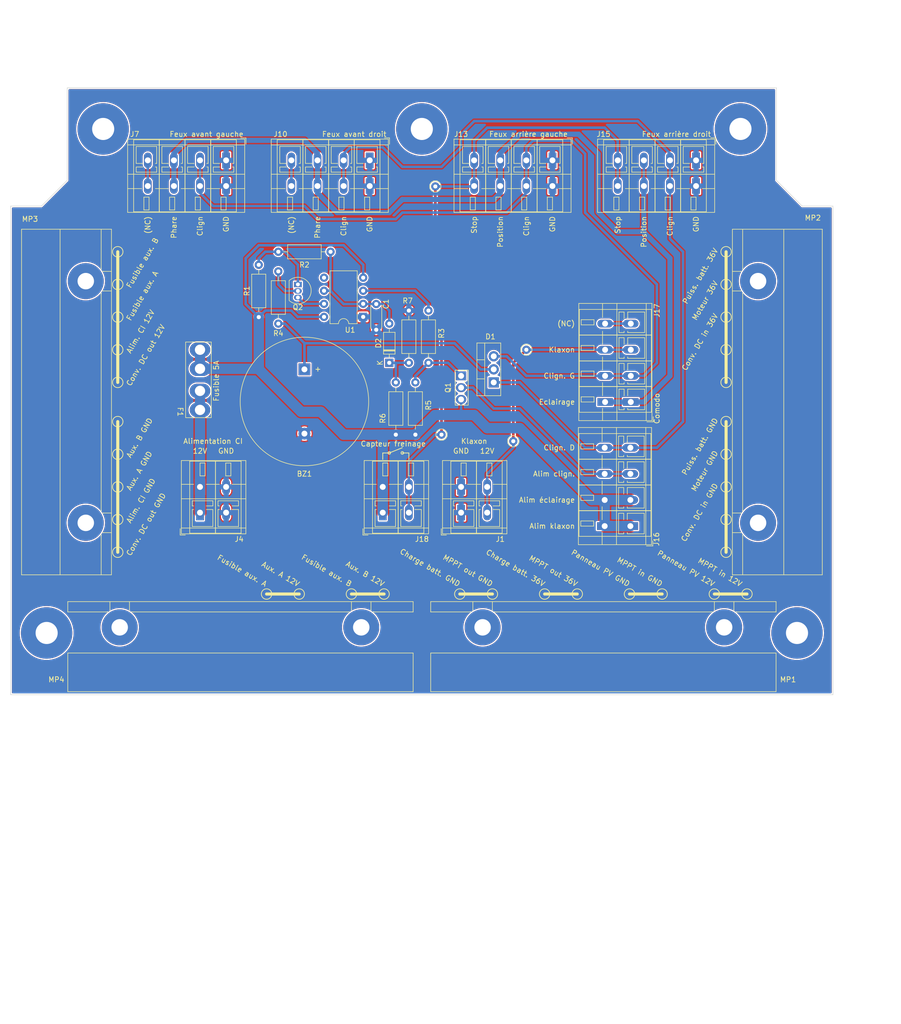
<source format=kicad_pcb>
(kicad_pcb (version 20211014) (generator pcbnew)

  (general
    (thickness 1.6)
  )

  (paper "A4")
  (layers
    (0 "F.Cu" signal)
    (31 "B.Cu" signal)
    (32 "B.Adhes" user "B.Adhesive")
    (33 "F.Adhes" user "F.Adhesive")
    (34 "B.Paste" user)
    (35 "F.Paste" user)
    (36 "B.SilkS" user "B.Silkscreen")
    (37 "F.SilkS" user "F.Silkscreen")
    (38 "B.Mask" user)
    (39 "F.Mask" user)
    (40 "Dwgs.User" user "User.Drawings")
    (41 "Cmts.User" user "User.Comments")
    (42 "Eco1.User" user "User.Eco1")
    (43 "Eco2.User" user "User.Eco2")
    (44 "Edge.Cuts" user)
    (45 "Margin" user)
    (46 "B.CrtYd" user "B.Courtyard")
    (47 "F.CrtYd" user "F.Courtyard")
    (48 "B.Fab" user)
    (49 "F.Fab" user)
    (50 "User.1" user)
    (51 "User.2" user)
    (52 "User.3" user)
    (53 "User.4" user)
    (54 "User.5" user)
    (55 "User.6" user)
    (56 "User.7" user)
    (57 "User.8" user)
    (58 "User.9" user)
  )

  (setup
    (stackup
      (layer "F.SilkS" (type "Top Silk Screen"))
      (layer "F.Paste" (type "Top Solder Paste"))
      (layer "F.Mask" (type "Top Solder Mask") (thickness 0.01))
      (layer "F.Cu" (type "copper") (thickness 0.035))
      (layer "dielectric 1" (type "core") (thickness 1.51) (material "FR4") (epsilon_r 4.5) (loss_tangent 0.02))
      (layer "B.Cu" (type "copper") (thickness 0.035))
      (layer "B.Mask" (type "Bottom Solder Mask") (thickness 0.01))
      (layer "B.Paste" (type "Bottom Solder Paste"))
      (layer "B.SilkS" (type "Bottom Silk Screen"))
      (copper_finish "None")
      (dielectric_constraints no)
    )
    (pad_to_mask_clearance 0)
    (pcbplotparams
      (layerselection 0x00010e0_ffffffff)
      (disableapertmacros false)
      (usegerberextensions false)
      (usegerberattributes true)
      (usegerberadvancedattributes true)
      (creategerberjobfile true)
      (svguseinch false)
      (svgprecision 6)
      (excludeedgelayer true)
      (plotframeref false)
      (viasonmask false)
      (mode 1)
      (useauxorigin false)
      (hpglpennumber 1)
      (hpglpenspeed 20)
      (hpglpendiameter 15.000000)
      (dxfpolygonmode true)
      (dxfimperialunits true)
      (dxfusepcbnewfont true)
      (psnegative false)
      (psa4output false)
      (plotreference true)
      (plotvalue true)
      (plotinvisibletext false)
      (sketchpadsonfab false)
      (subtractmaskfromsilk false)
      (outputformat 1)
      (mirror false)
      (drillshape 0)
      (scaleselection 1)
      (outputdirectory "")
    )
  )

  (net 0 "")
  (net 1 "GND")
  (net 2 "Net-(F1-Pad2)")
  (net 3 "Net-(D1-Pad1)")
  (net 4 "unconnected-(J7-Pad4)")
  (net 5 "unconnected-(J10-Pad4)")
  (net 6 "/Phares")
  (net 7 "Net-(J13-Pad4)")
  (net 8 "Net-(J1-Pad2)")
  (net 9 "/Flasher/Out")
  (net 10 "unconnected-(J17-Pad4)")
  (net 11 "/12V_5A")
  (net 12 "Net-(Q1-Pad1)")
  (net 13 "Net-(C1-Pad1)")
  (net 14 "Net-(D1-Pad3)")
  (net 15 "Net-(Q2-Pad1)")
  (net 16 "unconnected-(U1-Pad5)")
  (net 17 "Net-(Q2-Pad2)")
  (net 18 "/Flasher/Enable")
  (net 19 "Net-(Q2-Pad3)")
  (net 20 "Net-(R3-Pad1)")
  (net 21 "Net-(D2-Pad1)")

  (footprint "circuit:Wago_221-500_SplicingConnectorHolder" (layer "F.Cu") (at 94.615 85.09 90))

  (footprint "circuit:MountingHole_5mm" (layer "F.Cu") (at 87 130))

  (footprint "circuit:Buzzer_25x16_12.5" (layer "F.Cu") (at 137.16 78.74 -90))

  (footprint "circuit:Wago_221-500_SplicingConnectorHolder" (layer "F.Cu") (at 124.714 128.905 180))

  (footprint "circuit:Multicomp_MCCQ-122" (layer "F.Cu") (at 116.84 74.93 -90))

  (footprint "circuit:TerminalBlock_WAGO_236-402_1x02_P5.08mm_45Degree" (layer "F.Cu") (at 116.84 101.6))

  (footprint "Resistor_THT:R_Axial_DIN0207_L6.3mm_D2.5mm_P10.16mm_Horizontal" (layer "F.Cu") (at 161.29 67.31 -90))

  (footprint "circuit:MountingHole_5mm" (layer "F.Cu") (at 98 32))

  (footprint "circuit:TerminalBlock_WAGO_236-404_1x04_P5.08mm_45Degree" (layer "F.Cu") (at 185.42 38.1 180))

  (footprint "Package_DIP:DIP-8_W7.62mm" (layer "F.Cu") (at 148.59 68.54 180))

  (footprint "circuit:Strap_D2.0mm_Drill1.0mm" (layer "F.Cu") (at 177.8 92.71))

  (footprint "circuit:TerminalBlock_WAGO_236-404_1x04_P5.08mm_45Degree" (layer "F.Cu") (at 213.36 38.1 180))

  (footprint "circuit:MountingHole_5mm" (layer "F.Cu") (at 222 32))

  (footprint "circuit:TO-220-3_Vertical" (layer "F.Cu") (at 173.99 81.28 90))

  (footprint "Package_TO_SOT_THT:TO-92L_Inline" (layer "F.Cu") (at 135.89 62.23 -90))

  (footprint "circuit:TerminalBlock_WAGO_236-404_1x04_P5.08mm_45Degree" (layer "F.Cu") (at 121.92 38.1 180))

  (footprint "Resistor_THT:R_Axial_DIN0207_L6.3mm_D2.5mm_P10.16mm_Horizontal" (layer "F.Cu") (at 157.48 77.47 90))

  (footprint "circuit:TerminalBlock_WAGO_236-404_1x04_P5.08mm_45Degree" (layer "F.Cu") (at 200.58 109.22 90))

  (footprint "Resistor_THT:R_Axial_DIN0207_L6.3mm_D2.5mm_P10.16mm_Horizontal" (layer "F.Cu") (at 158.75 91.44 90))

  (footprint "circuit:Wago_221-500_SplicingConnectorHolder" (layer "F.Cu") (at 225.425 85.09 -90))

  (footprint "Resistor_THT:R_Axial_DIN0207_L6.3mm_D2.5mm_P10.16mm_Horizontal" (layer "F.Cu") (at 132.08 59.69 -90))

  (footprint "circuit:MountingHole_5mm" (layer "F.Cu") (at 160 32))

  (footprint "Resistor_THT:R_Axial_DIN0207_L6.3mm_D2.5mm_P10.16mm_Horizontal" (layer "F.Cu") (at 154.94 91.44 90))

  (footprint "circuit:Strap_D2.0mm_Drill1.0mm" (layer "F.Cu") (at 163.83 91.44))

  (footprint "Resistor_THT:R_Axial_DIN0207_L6.3mm_D2.5mm_P10.16mm_Horizontal" (layer "F.Cu") (at 128.27 68.58 90))

  (footprint "Resistor_THT:R_Axial_DIN0207_L6.3mm_D2.5mm_P10.16mm_Horizontal" (layer "F.Cu") (at 132.08 55.88))

  (footprint "circuit:Strap_D2.0mm_Drill1.0mm" (layer "F.Cu") (at 180.34 74.93))

  (footprint "Capacitor_THT:C_Disc_D4.3mm_W1.9mm_P5.00mm" (layer "F.Cu") (at 151.13 66.04 -90))

  (footprint "circuit:Strap_D2.0mm_Drill1.0mm" (layer "F.Cu") (at 162.63 43.18))

  (footprint "circuit:TerminalBlock_WAGO_236-402_1x02_P5.08mm_45Degree" (layer "F.Cu") (at 167.64 101.6))

  (footprint "circuit:Wago_221-500_SplicingConnectorHolder" (layer "F.Cu") (at 195.326 128.905 180))

  (footprint "circuit:TerminalBlock_WAGO_236-402_1x02_P5.08mm_45Degree" (layer "F.Cu")
    (tedit 67A265E1) (tstamp ee376e01-fd87-460d-8054-53f57dc05951)
    (at 152.4 101.6)
    (descr "Terminal Block WAGO 236-402, 45Degree (cable under 45degree), 2 pins, pitch 5.08mm, size 12.3x14mm^2, drill diamater 1.15mm, pad diameter 3mm")
    (tags "THT Terminal Block WAGO 236-402 45Degree pitch 5.08mm size 12.3x14mm^2 drill 1.15mm pad 3mm")
    (property "Sheetfile" "circuit.kicad_sch")
    (property "Sheetname" "")
    (path "/e25831d2-9583-475c-a839-189f3156583f")
    (attr through_hole)
    (fp_text reference "J18" (at 7.62 10.16) (layer "F.SilkS")
      (effects (font (size 1 1) (thickness 0.15)))
      (tstamp 78fade79-4b4d-4ad8-8098-87a075f72e45)
    )
    (fp_text value "Conn_Capteur_Frein" (at 2.65 10.12) (layer "F.Fab")
      (effects (font (size 1 1) (thickness 0.15)))
      (tstamp 0bbaf0b7-9a40-43d4-b472-92769e96c9f0)
    )
    (fp_text user "${REFERENCE}" (at 2.65 1) (layer "F.Fab")
      (effects (font (size 1 1) (thickness 0.15)))
      (tstamp d79d1392-ac34-4473-b8a7-c9f388dd60ed)
    )
    (fp_line (start 3.5 7.7) (end 7.5 7.7) (layer "F.SilkS") (width 0.12) (tstamp 03cbcb17-4cd4-4291-bd41-b3e607e61dc4))
    (fp_line (start 6 -4.65) (end 6 -2.151) (layer "F.SilkS") (width 0.12) (tstamp 06f08405-6197-40be-af54-9fa42d684743))
    (fp_line (start 7.5 4.4) (end 7.5 7.7) (layer "F.SilkS") (width 0.12) (tstamp 10395d06-53e7-4f17-8398-e56394846f2e))
    (fp_line (start -1.5 3.7) (end -1.23 3.7) (layer "F.SilkS") (width 0.12) (tstamp 176c189a-d73e-4e04-8097-65e6830e8abb))
    (fp_line (start 3 -5) (end 3 9) (layer "F.SilkS") (width 0.12) (tstamp 177c0fde-9b14-4f84-ae0f-96cce8ccfb40))
    (fp_line (start 6.23 -0.5) (end 8.921 -0.5) (layer "F.SilkS") (width 0.12) (tstamp 196910ae-9780-4b38-b9f0-fec016073d7d))
    (fp_line (start 8 -5) (end 8 9) (layer "F.SilkS") (width 0.12) (tstamp 20d1cbd3-105d-4528-b0ec-c806e5c3730d))
    (fp_line (start 3.5 4.4) (end 3.77 4.4) (layer "F.SilkS") (width 0.12) (tstamp 215ba7e4-4824-47b9-be2a-f449a00476d9))
    (fp_line (start -3.62 -5.12) (end -3.62 9.12) (layer "F.SilkS") (width 0.12) (tstamp 24d687c2-f89b-4a92-ac16-f93abb516e5d))
    (fp_line (start 3.5 2.7) (end 7.5 2.7) (layer "F.SilkS") (width 0.12) (tstamp 283eba45-33d5-45c0-9100-76888ef889a1))
    (fp_line (start -1.5 2.7) (end 2.5 2.7) (layer "F.SilkS") (width 0.12) (tstamp 33984e5d-8430-4ef9-83cf-d8c85d1d4c81))
    (fp_line (start 0 -4.65) (end 0 -2.151) (layer "F.SilkS") (width 0.12) (tstamp 42e47897-88c2-4378-8310-672793da31bd))
    (fp_line (start 2.5 2.7) (end 2.5 3.7) (layer "F.SilkS") (width 0.12) (tstamp 4603587d-4325-4bd4-8ad7-8106882a8510))
    (fp_line (start 0 -4.65) (end 1 -4.65) (layer "F.SilkS") (width 0.12) (tstamp 47ba3a0f-b431-46e7-be3d-b0b6f1069b76))
    (fp_line (start 3 -5) (end 8 -5) (layer "F.SilkS") (width 0.12) (tstamp 4ded14f9-3715-41fc-8a9d-079c3f33e468))
    (fp_line (start 1.23 4.4) (end 2.5 4.4) (layer "F.SilkS") (width 0.12) (tstamp 5133da77-d4aa-40af-9e94-c9e392a712fb))
    (fp_line (start 3 9) (end 8 9) (layer "F.SilkS") (width 0.12) (tstamp 6099117e-ab90-41f8-a0c1-cee1d48a5e27))
    (fp_line (start 3 -5) (end 3 9) (layer "F.SilkS") (width 0.12) (tstamp 60fc21ae-6f0f-48ed-b1fb-b0d905d11fd3))
    (fp_line (start 5 -4.65) (end 5 -2.151) (layer "F.SilkS") (width 0.12) (tstamp 628ce420-7974-4138-94d5-d6d3644b3f98))
    (fp_line (start -2 -5) (end -2 9) (layer "F.SilkS") (width 0.12) (tstamp 677d3d8b-8de3-4915-9ade-fc8347a5093a))
    (fp_line (start 2.5 4.4) (end 2.5 7.7) (layer "F.SilkS") (width 0.12) (tstamp 68a6eb6b-860f-4dda-813a-3424760c2239))
    (fp_line (start 8.921 -5.12) (end 8.921 9.12) (layer "F.SilkS") (width 0.12) (tstamp 7fb5be81-4048-46f1-bf3d-603e817f41e3))
    (fp_line (start -1.5 2.7) (end -1.5 3.7) (layer "F.SilkS") (width 0.12) (tstamp 82d8ca8b-c60e-487b-9a2c-3f64ac92e02e))
    (fp_line (start 3.5 4.4) (end 3.5 7.7) (layer "F.SilkS") (width 0.12) (tstamp 8566aabf-6b65-480a-8718-32dd60e5bfdb))
    (fp_line (start -3.62 2.3) (end 8.921 2.3) (layer "F.SilkS") (width 0.12) (tstamp 8c0dbe23-ed60-461e-9533-eb47131cdfdf))
    (fp_line (start 3.5 2.7) (end 3.5 3.7) (layer "F.SilkS") (width 0.12) (tstamp 9bbac8e3-8050-48af-ab4e-68b7dbf33666))
    (fp_line (start -3.62 -5.12) (end 8.921 -5.12) (layer "F.SilkS") (width 0.12) (tstamp a31dfb8e-9d96-4bc5-bb00-ea9119422c23))
    (fp_line (start -3.86 9.36) (end -2.86 9.36) (layer "F.SilkS") (width 0.12) (tstamp a668a76b-8f41-4710-b2e5-6a4727012be0))
    (fp_line (start 5 -2.151) (end 6 -2.151) (layer "F.SilkS") (width 0.12) (tstamp aa10ca0c-a3be-4e57-b500-41a665e89587))
    (fp_line (start 0 -2.151) (end 1 -2.151) (layer "F.SilkS") (width 0.12) (tstamp b1e9fadc-cab6-48e6-9ef3-9c83a6bd8680))
    (fp_line (start -2 -5) (end 3 -5) (layer "F.SilkS") (width 0.12) (tstamp b44c0d9c-d037-4c8e-8898-df1dbb3730a6))
    (fp_line (start -3.86 8.12) (end -3.86 9.36) (layer "F.SilkS") (width 0.12) (tstamp bae54a06-aa3b-4ee2-939d-71aecf831aa4))
    (fp_line (start -3.62 8) (end 8.921 8) (layer "F.SilkS") (width 0.12) (tstamp be85f01d-7391-4207-af80-e81567e88bce))
    (fp_line (start 6.23 3.7) (end 7.5 3.7) (layer "F.SilkS") (width 0.12) (tstamp c091951d-35a8-4de7-948e-8814f3ffc15d))
    (fp_line (start -3.62 -0.5) (end -1.23 -0.5) (layer "F.SilkS") (width 0.12) (tstamp c0df3607-3881-4974-8918-ece5bba3a3ca))
    (fp_line (start 5 -4.65) (end 6 -4.65) (layer "F.SilkS") (width 0.12) (tstamp c0f2afa8-3fc1-4f00-80dd-fee17d213ec4))
    (fp_line (start 3.5 3.7) (end 3.77 3.7) (layer "F.SilkS") (width 0.12) (tstamp c82ea19c-9c58-4018-b9c4-022719c13c33))
    (fp_line (start 1 -4.65) (end 1 -2.151) (layer "F.SilkS") (width 0.12) (tstamp d059f087-a415-4799-991f-a5a1c2597200))
    (fp_line (start 6.23 4.4) (end 7.5 4.4) (layer "F.SilkS") (width 0.12) (tstamp d36977c3-981c-43a3-a21d-489f774334b0))
    (fp_line (start -2 9) (end 3 9) (layer "F.SilkS") (width 0.12) (tstamp d954a069-486d-4f10-bcfe-929b07a6c610))
    (fp_line (start -3.62 9.12) (end 8.921 9.12) (layer "F.SilkS") (width 0.12) (tstamp dd8ac32c-ebaa-4002-ba1f-c285fb2cbc87))
    (fp_line (start -1.5 7.7) (end 2.5 7.7) (layer "F.Silk
... [918500 chars truncated]
</source>
